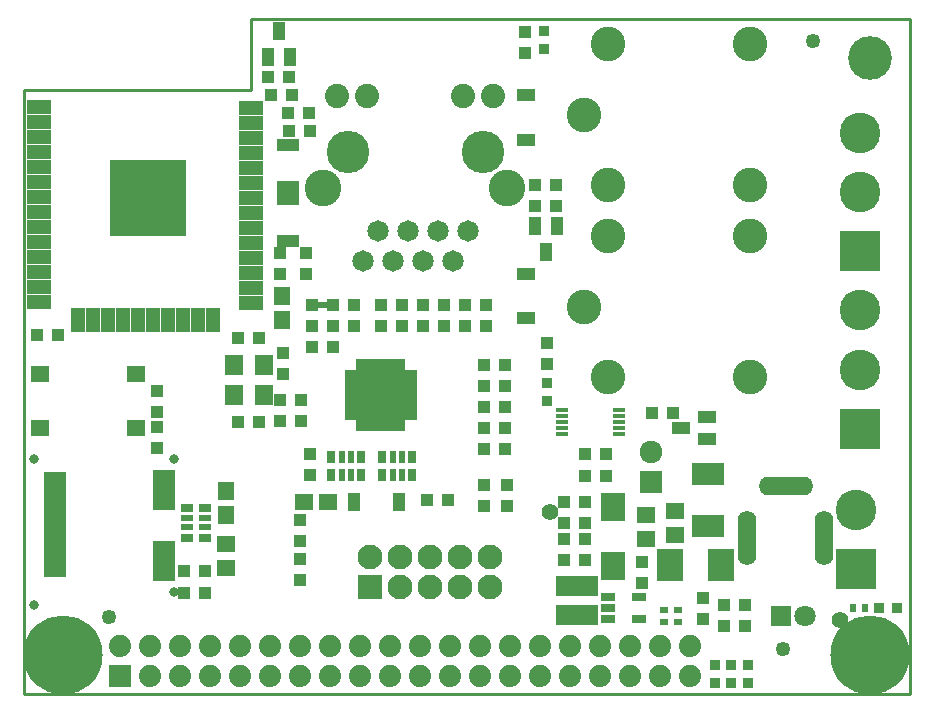
<source format=gbr>
G04 #@! TF.FileFunction,Soldermask,Top*
%FSLAX46Y46*%
G04 Gerber Fmt 4.6, Leading zero omitted, Abs format (unit mm)*
G04 Created by KiCad (PCBNEW no-vcs-found-undefined) date Wed Nov  9 17:16:08 2016*
%MOMM*%
%LPD*%
G01*
G04 APERTURE LIST*
%ADD10C,0.100000*%
%ADD11C,0.254000*%
%ADD12C,3.600000*%
%ADD13C,2.050000*%
%ADD14C,3.100000*%
%ADD15C,1.810000*%
%ADD16C,3.700000*%
%ADD17C,1.700000*%
%ADD18C,2.400000*%
%ADD19R,6.400000X6.400000*%
%ADD20R,2.100000X1.300000*%
%ADD21R,1.300000X2.100000*%
%ADD22R,1.800000X1.800000*%
%ADD23C,1.800000*%
%ADD24R,1.625600X1.371600*%
%ADD25C,1.924000*%
%ADD26R,1.924000X1.924000*%
%ADD27R,1.117600X1.117600*%
%ADD28C,3.448000*%
%ADD29R,3.448000X3.448000*%
%ADD30R,1.600000X1.800000*%
%ADD31R,1.501600X1.101600*%
%ADD32R,2.178000X2.686000*%
%ADD33R,2.100000X2.400000*%
%ADD34R,1.101600X1.501600*%
%ADD35R,2.801600X1.901600*%
%ADD36C,1.400000*%
%ADD37R,3.601600X1.701600*%
%ADD38R,1.371600X1.625600*%
%ADD39R,0.901600X0.901600*%
%ADD40O,1.601600X4.601600*%
%ADD41O,4.601600X1.601600*%
%ADD42R,0.601600X0.651600*%
%ADD43R,0.651600X0.601600*%
%ADD44R,0.881600X0.601600*%
%ADD45C,2.940000*%
%ADD46R,1.117600X0.736600*%
%ADD47R,1.117600X0.482600*%
%ADD48R,0.482600X1.117600*%
%ADD49R,0.736600X1.117600*%
%ADD50R,1.101600X0.351600*%
%ADD51R,1.301600X0.651600*%
%ADD52R,1.200000X0.650000*%
%ADD53R,0.650000X1.200000*%
%ADD54R,1.822400X1.822400*%
%ADD55R,0.800000X0.800000*%
%ADD56R,4.000000X4.000000*%
%ADD57R,2.100000X2.100000*%
%ADD58C,2.100000*%
%ADD59C,6.700000*%
%ADD60C,1.600000*%
%ADD61C,1.879600*%
%ADD62R,1.879600X1.879600*%
%ADD63R,1.900000X1.200000*%
%ADD64C,0.800000*%
%ADD65R,1.900000X3.500000*%
%ADD66R,1.879600X1.117600*%
%ADD67C,1.254000*%
G04 APERTURE END LIST*
D10*
D11*
X88976200Y-67056000D02*
X144723000Y-67056000D01*
X88976200Y-73075800D02*
X88976200Y-67056000D01*
X69720000Y-73075800D02*
X88976200Y-73075800D01*
X69720000Y-124200000D02*
X69720000Y-73075800D01*
X144723000Y-124206000D02*
X144723000Y-67056000D01*
X69723000Y-124206000D02*
X144723000Y-124206000D01*
D12*
X97155000Y-78359000D03*
X108585000Y-78359000D03*
D13*
X106940000Y-73610500D03*
X96260000Y-73610500D03*
D14*
X95070000Y-81409000D03*
X110670000Y-81409000D03*
D13*
X109480000Y-73610500D03*
X98800000Y-73610500D03*
D15*
X98435000Y-87599000D03*
X99705000Y-85059000D03*
X100975000Y-87599000D03*
X102245000Y-85059000D03*
X103515000Y-87599000D03*
X104785000Y-85059000D03*
X106055000Y-87599000D03*
X107325000Y-85059000D03*
D16*
X141351000Y-70358000D03*
D17*
X77939900Y-84632800D03*
D18*
X80251300Y-82296000D03*
D19*
X80280300Y-82283000D03*
D20*
X88980300Y-74623000D03*
X88980300Y-75893000D03*
X88980300Y-77163000D03*
X88980300Y-78433000D03*
X88980300Y-79703000D03*
X88980300Y-80973000D03*
X88980300Y-82243000D03*
X88980300Y-83513000D03*
X88980300Y-84783000D03*
X88980300Y-86053000D03*
X88980300Y-87323000D03*
X88980300Y-88593000D03*
X88980300Y-89863000D03*
X88980300Y-91133000D03*
D21*
X85710300Y-92583000D03*
X84440300Y-92583000D03*
X83170300Y-92583000D03*
X81900300Y-92583000D03*
X80630300Y-92583000D03*
X79360300Y-92583000D03*
X78090300Y-92583000D03*
X76820300Y-92583000D03*
X75550300Y-92583000D03*
X74280300Y-92583000D03*
D20*
X70980300Y-91093000D03*
X70980300Y-89823000D03*
X70980300Y-88553000D03*
X70980300Y-87283000D03*
X70980300Y-86013000D03*
X70980300Y-84743000D03*
X70980300Y-83473000D03*
X70980300Y-82203000D03*
X70980300Y-80933000D03*
X70980300Y-79663000D03*
X70980300Y-78393000D03*
X70980300Y-77123000D03*
X70980300Y-75853000D03*
X70980300Y-74583000D03*
D17*
X82613500Y-84632800D03*
X77939900Y-79933800D03*
X82613500Y-79933800D03*
X80251300Y-79933800D03*
X80251300Y-84632800D03*
X77939900Y-82169000D03*
X82613500Y-82169000D03*
D22*
X133865620Y-117624860D03*
D23*
X135877300Y-117622320D03*
D24*
X124841000Y-110744000D03*
X124841000Y-108712000D03*
X122428000Y-109093000D03*
X122428000Y-111125000D03*
D25*
X122809000Y-103759000D03*
D26*
X122809000Y-106299000D03*
D27*
X122047000Y-113030000D03*
X122047000Y-114808000D03*
X93091000Y-111252000D03*
X93091000Y-109474000D03*
X117221000Y-111125000D03*
X117221000Y-112903000D03*
X115443000Y-111125000D03*
X115443000Y-112903000D03*
X91440000Y-88646000D03*
X91440000Y-86868000D03*
X93599000Y-88646000D03*
X93599000Y-86868000D03*
D24*
X86868000Y-111506000D03*
X86868000Y-113538000D03*
D27*
X95885000Y-93091000D03*
X94107000Y-93091000D03*
X105283000Y-93091000D03*
X105283000Y-91313000D03*
X93980000Y-103886000D03*
X93980000Y-105664000D03*
X107061000Y-91313000D03*
X107061000Y-93091000D03*
X108839000Y-91313000D03*
X108839000Y-93091000D03*
X93218000Y-101092000D03*
X91440000Y-101092000D03*
X91440000Y-99314000D03*
X93218000Y-99314000D03*
X108712000Y-96393000D03*
X110490000Y-96393000D03*
D28*
X140500000Y-91774000D03*
D29*
X140500000Y-101774000D03*
D28*
X140500000Y-96774000D03*
X140500000Y-81774000D03*
D29*
X140500000Y-86774000D03*
D28*
X140500000Y-76774000D03*
D30*
X90043000Y-98933000D03*
X90043000Y-96393000D03*
X87503000Y-96393000D03*
X87503000Y-98933000D03*
D31*
X112242600Y-92451000D03*
X112242600Y-88651000D03*
D32*
X124442000Y-113284000D03*
X128796000Y-113284000D03*
D31*
X112242600Y-77363400D03*
X112242600Y-73563400D03*
D33*
X119634000Y-113371000D03*
X119634000Y-108371000D03*
D34*
X101468000Y-107950000D03*
X97668000Y-107950000D03*
D31*
X125389640Y-101729540D03*
X127599440Y-100774500D03*
X127599440Y-102676960D03*
D35*
X127635000Y-105623000D03*
X127635000Y-110023000D03*
D36*
X138811000Y-117983000D03*
D24*
X95504000Y-107950000D03*
X93472000Y-107950000D03*
D37*
X116586000Y-115132000D03*
X116586000Y-117532000D03*
D38*
X91567000Y-92583000D03*
X91567000Y-90551000D03*
X86868000Y-109093000D03*
X86868000Y-107061000D03*
D39*
X114046000Y-99441000D03*
X114046000Y-97917000D03*
X113792000Y-68072000D03*
X113792000Y-69596000D03*
D40*
X130937000Y-111049000D03*
X137437000Y-111049000D03*
D41*
X134237000Y-106599000D03*
D28*
X140208000Y-108625000D03*
D29*
X140208000Y-113625000D03*
D39*
X142113000Y-116967000D03*
X143637000Y-116967000D03*
D34*
X113921540Y-86827360D03*
X112966500Y-84617560D03*
X114868960Y-84617560D03*
X90363040Y-70322440D03*
X92265500Y-70322440D03*
X91310460Y-68112640D03*
D27*
X114808000Y-81153000D03*
X113030000Y-81153000D03*
X113030000Y-82931000D03*
X114808000Y-82931000D03*
X114046000Y-94488000D03*
X114046000Y-96266000D03*
D42*
X139954000Y-116967000D03*
X140970000Y-116967000D03*
D27*
X90678000Y-73533000D03*
X92456000Y-73533000D03*
X92202000Y-72009000D03*
X90424000Y-72009000D03*
X129032000Y-118491000D03*
X129032000Y-116713000D03*
X118999000Y-103886000D03*
X117221000Y-103886000D03*
X127254000Y-116078000D03*
X127254000Y-117856000D03*
X118999000Y-105791000D03*
X117221000Y-105791000D03*
X112141000Y-68199000D03*
X112141000Y-69977000D03*
X115443000Y-107950000D03*
X117221000Y-107950000D03*
X115443000Y-109728000D03*
X117221000Y-109728000D03*
X81026000Y-98552000D03*
X81026000Y-100330000D03*
X130810000Y-118491000D03*
X130810000Y-116713000D03*
X81026000Y-103378000D03*
X81026000Y-101600000D03*
X124714000Y-100457000D03*
X122936000Y-100457000D03*
X93091000Y-114554000D03*
X93091000Y-112776000D03*
D43*
X123952000Y-118110000D03*
X123952000Y-117094000D03*
X125095000Y-117094000D03*
X125095000Y-118110000D03*
D27*
X108712000Y-108331000D03*
X108712000Y-106553000D03*
X110617000Y-106553000D03*
X110617000Y-108331000D03*
X105664000Y-107823000D03*
X103886000Y-107823000D03*
X72644000Y-93853000D03*
X70866000Y-93853000D03*
X94107000Y-91313000D03*
X95885000Y-91313000D03*
D44*
X94996000Y-91313000D03*
D27*
X93853000Y-75057000D03*
X92075000Y-75057000D03*
X92202000Y-76581000D03*
X93980000Y-76581000D03*
X99949000Y-91313000D03*
X99949000Y-93091000D03*
X83312000Y-115697000D03*
X85090000Y-115697000D03*
X97663000Y-93091000D03*
X97663000Y-91313000D03*
X103505000Y-91313000D03*
X103505000Y-93091000D03*
X101727000Y-93091000D03*
X101727000Y-91313000D03*
X89662000Y-101219000D03*
X87884000Y-101219000D03*
X91694000Y-95377000D03*
X91694000Y-97155000D03*
X87884000Y-94107000D03*
X89662000Y-94107000D03*
X108712000Y-99949000D03*
X110490000Y-99949000D03*
X110490000Y-98171000D03*
X108712000Y-98171000D03*
X95885000Y-94869000D03*
X94107000Y-94869000D03*
X110490000Y-103505000D03*
X108712000Y-103505000D03*
X108712000Y-101727000D03*
X110490000Y-101727000D03*
D45*
X119176000Y-97440000D03*
X119176000Y-85440000D03*
X131176000Y-85440000D03*
X131176000Y-97440000D03*
X117176000Y-91440000D03*
X117176000Y-75184000D03*
X131176000Y-81184000D03*
X131176000Y-69184000D03*
X119176000Y-69184000D03*
X119176000Y-81184000D03*
D46*
X85090000Y-108458000D03*
X83566000Y-108458000D03*
X85090000Y-110998000D03*
X83566000Y-110998000D03*
D47*
X85090000Y-109347000D03*
X85090000Y-110109000D03*
X83566000Y-109347000D03*
X83566000Y-110109000D03*
D48*
X97409000Y-105664000D03*
X96647000Y-105664000D03*
X97409000Y-104140000D03*
X96647000Y-104140000D03*
D49*
X98298000Y-105664000D03*
X98298000Y-104140000D03*
X95758000Y-105664000D03*
X95758000Y-104140000D03*
X102616000Y-105664000D03*
X102616000Y-104140000D03*
X100076000Y-105664000D03*
X100076000Y-104140000D03*
D48*
X101727000Y-105664000D03*
X100965000Y-105664000D03*
X101727000Y-104140000D03*
X100965000Y-104140000D03*
D36*
X114300000Y-108839000D03*
D50*
X115329000Y-100219000D03*
X115329000Y-100719000D03*
X115329000Y-101219000D03*
X115329000Y-101719000D03*
X115329000Y-102219000D03*
X120129000Y-102219000D03*
X120129000Y-101719000D03*
X120129000Y-101219000D03*
X120129000Y-100719000D03*
X120129000Y-100219000D03*
D51*
X121823000Y-117917000D03*
X121823000Y-116017000D03*
X119223000Y-117917000D03*
X119223000Y-116967000D03*
X119223000Y-116017000D03*
D52*
X97499000Y-97183000D03*
X97499000Y-97683000D03*
X97499000Y-98183000D03*
X97499000Y-98683000D03*
X97499000Y-99183000D03*
X97499000Y-99683000D03*
X97499000Y-100183000D03*
X97499000Y-100683000D03*
D53*
X98199000Y-101383000D03*
X98699000Y-101383000D03*
X99199000Y-101383000D03*
X99699000Y-101383000D03*
X100199000Y-101383000D03*
X100699000Y-101383000D03*
X101199000Y-101383000D03*
X101699000Y-101383000D03*
D52*
X102399000Y-100683000D03*
X102399000Y-100183000D03*
X102399000Y-99683000D03*
X102399000Y-99183000D03*
X102399000Y-98683000D03*
X102399000Y-98183000D03*
X102399000Y-97683000D03*
X102399000Y-97183000D03*
D53*
X101699000Y-96483000D03*
X101199000Y-96483000D03*
X100699000Y-96483000D03*
X100199000Y-96483000D03*
X99699000Y-96483000D03*
X99199000Y-96483000D03*
X98699000Y-96483000D03*
X98199000Y-96483000D03*
D54*
X99949000Y-98933000D03*
D55*
X100449000Y-97633000D03*
X99449000Y-97633000D03*
X98649000Y-98433000D03*
X98649000Y-99433000D03*
X99449000Y-100233000D03*
X100449000Y-100233000D03*
X101249000Y-99433000D03*
X101249000Y-98433000D03*
D56*
X99949000Y-98933000D03*
D57*
X99060000Y-115189000D03*
D58*
X99060000Y-112649000D03*
X101600000Y-115189000D03*
X101600000Y-112649000D03*
X104140000Y-115189000D03*
X104140000Y-112649000D03*
X106680000Y-115189000D03*
X106680000Y-112649000D03*
X109220000Y-115189000D03*
X109220000Y-112649000D03*
D59*
X141351000Y-120904000D03*
D60*
X141351000Y-118491000D03*
X141351000Y-123317000D03*
X139700000Y-119253000D03*
X143002000Y-119253000D03*
X139700000Y-122682000D03*
X143002000Y-122555000D03*
X143764000Y-120904000D03*
X138938000Y-120904000D03*
X70612000Y-120904000D03*
X75438000Y-120904000D03*
X74676000Y-122555000D03*
X71374000Y-122682000D03*
X74676000Y-119253000D03*
X71374000Y-119253000D03*
X73025000Y-123317000D03*
X73025000Y-118491000D03*
D59*
X73025000Y-120904000D03*
D61*
X126111000Y-120142000D03*
X126111000Y-122682000D03*
X123571000Y-120142000D03*
X123571000Y-122682000D03*
X121031000Y-120142000D03*
X121031000Y-122682000D03*
X118491000Y-120142000D03*
X118491000Y-122682000D03*
X115951000Y-120142000D03*
X115951000Y-122682000D03*
X105791000Y-120142000D03*
X105791000Y-122682000D03*
X103251000Y-120142000D03*
X103251000Y-122682000D03*
X108331000Y-122682000D03*
X108331000Y-120142000D03*
X110871000Y-120142000D03*
X110871000Y-122682000D03*
X113411000Y-122682000D03*
X113411000Y-120142000D03*
X88011000Y-120142000D03*
X88011000Y-122682000D03*
X85471000Y-122682000D03*
X85471000Y-120142000D03*
X82931000Y-120142000D03*
X82931000Y-122682000D03*
D62*
X77851000Y-122682000D03*
D61*
X77851000Y-120142000D03*
X80391000Y-122682000D03*
X80391000Y-120142000D03*
X90551000Y-122682000D03*
X90551000Y-120142000D03*
X93091000Y-122682000D03*
X93091000Y-120142000D03*
X95631000Y-122682000D03*
X95631000Y-120142000D03*
X98171000Y-122682000D03*
X98171000Y-120142000D03*
X100711000Y-122682000D03*
X100711000Y-120142000D03*
D63*
X72327000Y-113705000D03*
X72327000Y-112605000D03*
X72327000Y-111505000D03*
X72327000Y-110405000D03*
X72327000Y-109305000D03*
X72327000Y-108205000D03*
X72327000Y-107105000D03*
X72327000Y-106005000D03*
D64*
X70607000Y-116675000D03*
X82407000Y-115585000D03*
X82407000Y-104315000D03*
X70607000Y-104315000D03*
D65*
X81577000Y-106945000D03*
X81577000Y-113005000D03*
D27*
X85090000Y-113792000D03*
X83312000Y-113792000D03*
D24*
X71120000Y-97155000D03*
X79248000Y-97155000D03*
X79248000Y-101727000D03*
X71120000Y-101727000D03*
D66*
X92075000Y-85852000D03*
X92075000Y-82296000D03*
X92075000Y-81280000D03*
X92075000Y-77724000D03*
D39*
X131000500Y-121793000D03*
X131000500Y-123317000D03*
X128206500Y-123317000D03*
X128206500Y-121793000D03*
X129603500Y-123317000D03*
X129603500Y-121793000D03*
D67*
X76962000Y-117729000D03*
X133985000Y-120396000D03*
X136525000Y-68961000D03*
M02*

</source>
